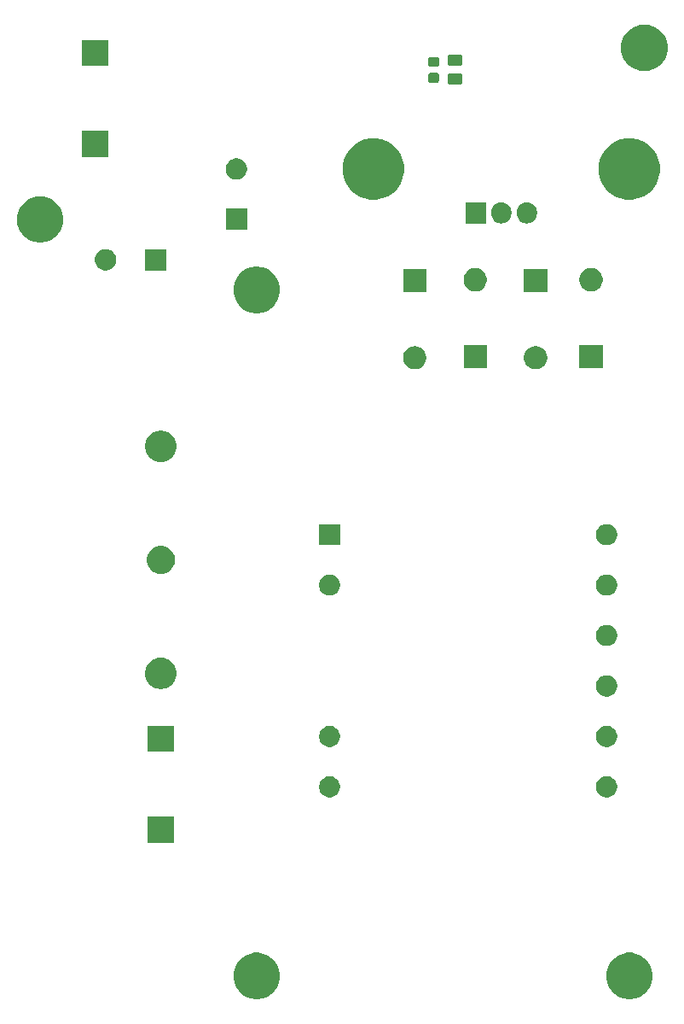
<source format=gts>
G04 #@! TF.GenerationSoftware,KiCad,Pcbnew,(5.1.5)-3*
G04 #@! TF.CreationDate,2020-04-01T20:44:35+02:00*
G04 #@! TF.ProjectId,5vfrommains,35766672-6f6d-46d6-9169-6e732e6b6963,rev?*
G04 #@! TF.SameCoordinates,Original*
G04 #@! TF.FileFunction,Soldermask,Top*
G04 #@! TF.FilePolarity,Negative*
%FSLAX46Y46*%
G04 Gerber Fmt 4.6, Leading zero omitted, Abs format (unit mm)*
G04 Created by KiCad (PCBNEW (5.1.5)-3) date 2020-04-01 20:44:35*
%MOMM*%
%LPD*%
G04 APERTURE LIST*
%ADD10C,0.100000*%
G04 APERTURE END LIST*
D10*
G36*
X237948903Y-137743213D02*
G01*
X238171177Y-137787426D01*
X238589932Y-137960880D01*
X238966802Y-138212696D01*
X239287304Y-138533198D01*
X239539120Y-138910068D01*
X239712574Y-139328823D01*
X239801000Y-139773371D01*
X239801000Y-140226629D01*
X239712574Y-140671177D01*
X239539120Y-141089932D01*
X239287304Y-141466802D01*
X238966802Y-141787304D01*
X238589932Y-142039120D01*
X238171177Y-142212574D01*
X237948903Y-142256787D01*
X237726630Y-142301000D01*
X237273370Y-142301000D01*
X237051097Y-142256787D01*
X236828823Y-142212574D01*
X236410068Y-142039120D01*
X236033198Y-141787304D01*
X235712696Y-141466802D01*
X235460880Y-141089932D01*
X235287426Y-140671177D01*
X235199000Y-140226629D01*
X235199000Y-139773371D01*
X235287426Y-139328823D01*
X235460880Y-138910068D01*
X235712696Y-138533198D01*
X236033198Y-138212696D01*
X236410068Y-137960880D01*
X236828823Y-137787426D01*
X237051097Y-137743213D01*
X237273370Y-137699000D01*
X237726630Y-137699000D01*
X237948903Y-137743213D01*
G37*
G36*
X200948903Y-137743213D02*
G01*
X201171177Y-137787426D01*
X201589932Y-137960880D01*
X201966802Y-138212696D01*
X202287304Y-138533198D01*
X202539120Y-138910068D01*
X202712574Y-139328823D01*
X202801000Y-139773371D01*
X202801000Y-140226629D01*
X202712574Y-140671177D01*
X202539120Y-141089932D01*
X202287304Y-141466802D01*
X201966802Y-141787304D01*
X201589932Y-142039120D01*
X201171177Y-142212574D01*
X200948903Y-142256787D01*
X200726630Y-142301000D01*
X200273370Y-142301000D01*
X200051097Y-142256787D01*
X199828823Y-142212574D01*
X199410068Y-142039120D01*
X199033198Y-141787304D01*
X198712696Y-141466802D01*
X198460880Y-141089932D01*
X198287426Y-140671177D01*
X198199000Y-140226629D01*
X198199000Y-139773371D01*
X198287426Y-139328823D01*
X198460880Y-138910068D01*
X198712696Y-138533198D01*
X199033198Y-138212696D01*
X199410068Y-137960880D01*
X199828823Y-137787426D01*
X200051097Y-137743213D01*
X200273370Y-137699000D01*
X200726630Y-137699000D01*
X200948903Y-137743213D01*
G37*
G36*
X192301440Y-126801440D02*
G01*
X189698560Y-126801440D01*
X189698560Y-124198560D01*
X192301440Y-124198560D01*
X192301440Y-126801440D01*
G37*
G36*
X208056564Y-120239389D02*
G01*
X208247833Y-120318615D01*
X208247835Y-120318616D01*
X208419973Y-120433635D01*
X208566365Y-120580027D01*
X208681385Y-120752167D01*
X208760611Y-120943436D01*
X208801000Y-121146484D01*
X208801000Y-121353516D01*
X208760611Y-121556564D01*
X208681385Y-121747833D01*
X208681384Y-121747835D01*
X208566365Y-121919973D01*
X208419973Y-122066365D01*
X208247835Y-122181384D01*
X208247834Y-122181385D01*
X208247833Y-122181385D01*
X208056564Y-122260611D01*
X207853516Y-122301000D01*
X207646484Y-122301000D01*
X207443436Y-122260611D01*
X207252167Y-122181385D01*
X207252166Y-122181385D01*
X207252165Y-122181384D01*
X207080027Y-122066365D01*
X206933635Y-121919973D01*
X206818616Y-121747835D01*
X206818615Y-121747833D01*
X206739389Y-121556564D01*
X206699000Y-121353516D01*
X206699000Y-121146484D01*
X206739389Y-120943436D01*
X206818615Y-120752167D01*
X206933635Y-120580027D01*
X207080027Y-120433635D01*
X207252165Y-120318616D01*
X207252167Y-120318615D01*
X207443436Y-120239389D01*
X207646484Y-120199000D01*
X207853516Y-120199000D01*
X208056564Y-120239389D01*
G37*
G36*
X235556564Y-120239389D02*
G01*
X235747833Y-120318615D01*
X235747835Y-120318616D01*
X235919973Y-120433635D01*
X236066365Y-120580027D01*
X236181385Y-120752167D01*
X236260611Y-120943436D01*
X236301000Y-121146484D01*
X236301000Y-121353516D01*
X236260611Y-121556564D01*
X236181385Y-121747833D01*
X236181384Y-121747835D01*
X236066365Y-121919973D01*
X235919973Y-122066365D01*
X235747835Y-122181384D01*
X235747834Y-122181385D01*
X235747833Y-122181385D01*
X235556564Y-122260611D01*
X235353516Y-122301000D01*
X235146484Y-122301000D01*
X234943436Y-122260611D01*
X234752167Y-122181385D01*
X234752166Y-122181385D01*
X234752165Y-122181384D01*
X234580027Y-122066365D01*
X234433635Y-121919973D01*
X234318616Y-121747835D01*
X234318615Y-121747833D01*
X234239389Y-121556564D01*
X234199000Y-121353516D01*
X234199000Y-121146484D01*
X234239389Y-120943436D01*
X234318615Y-120752167D01*
X234433635Y-120580027D01*
X234580027Y-120433635D01*
X234752165Y-120318616D01*
X234752167Y-120318615D01*
X234943436Y-120239389D01*
X235146484Y-120199000D01*
X235353516Y-120199000D01*
X235556564Y-120239389D01*
G37*
G36*
X192301440Y-117801440D02*
G01*
X189698560Y-117801440D01*
X189698560Y-115198560D01*
X192301440Y-115198560D01*
X192301440Y-117801440D01*
G37*
G36*
X235556564Y-115239389D02*
G01*
X235747833Y-115318615D01*
X235747835Y-115318616D01*
X235919973Y-115433635D01*
X236066365Y-115580027D01*
X236181385Y-115752167D01*
X236260611Y-115943436D01*
X236301000Y-116146484D01*
X236301000Y-116353516D01*
X236260611Y-116556564D01*
X236181385Y-116747833D01*
X236181384Y-116747835D01*
X236066365Y-116919973D01*
X235919973Y-117066365D01*
X235747835Y-117181384D01*
X235747834Y-117181385D01*
X235747833Y-117181385D01*
X235556564Y-117260611D01*
X235353516Y-117301000D01*
X235146484Y-117301000D01*
X234943436Y-117260611D01*
X234752167Y-117181385D01*
X234752166Y-117181385D01*
X234752165Y-117181384D01*
X234580027Y-117066365D01*
X234433635Y-116919973D01*
X234318616Y-116747835D01*
X234318615Y-116747833D01*
X234239389Y-116556564D01*
X234199000Y-116353516D01*
X234199000Y-116146484D01*
X234239389Y-115943436D01*
X234318615Y-115752167D01*
X234433635Y-115580027D01*
X234580027Y-115433635D01*
X234752165Y-115318616D01*
X234752167Y-115318615D01*
X234943436Y-115239389D01*
X235146484Y-115199000D01*
X235353516Y-115199000D01*
X235556564Y-115239389D01*
G37*
G36*
X208056564Y-115239389D02*
G01*
X208247833Y-115318615D01*
X208247835Y-115318616D01*
X208419973Y-115433635D01*
X208566365Y-115580027D01*
X208681385Y-115752167D01*
X208760611Y-115943436D01*
X208801000Y-116146484D01*
X208801000Y-116353516D01*
X208760611Y-116556564D01*
X208681385Y-116747833D01*
X208681384Y-116747835D01*
X208566365Y-116919973D01*
X208419973Y-117066365D01*
X208247835Y-117181384D01*
X208247834Y-117181385D01*
X208247833Y-117181385D01*
X208056564Y-117260611D01*
X207853516Y-117301000D01*
X207646484Y-117301000D01*
X207443436Y-117260611D01*
X207252167Y-117181385D01*
X207252166Y-117181385D01*
X207252165Y-117181384D01*
X207080027Y-117066365D01*
X206933635Y-116919973D01*
X206818616Y-116747835D01*
X206818615Y-116747833D01*
X206739389Y-116556564D01*
X206699000Y-116353516D01*
X206699000Y-116146484D01*
X206739389Y-115943436D01*
X206818615Y-115752167D01*
X206933635Y-115580027D01*
X207080027Y-115433635D01*
X207252165Y-115318616D01*
X207252167Y-115318615D01*
X207443436Y-115239389D01*
X207646484Y-115199000D01*
X207853516Y-115199000D01*
X208056564Y-115239389D01*
G37*
G36*
X235556564Y-110239389D02*
G01*
X235747833Y-110318615D01*
X235747835Y-110318616D01*
X235919973Y-110433635D01*
X236066365Y-110580027D01*
X236169696Y-110734672D01*
X236181385Y-110752167D01*
X236260611Y-110943436D01*
X236301000Y-111146484D01*
X236301000Y-111353516D01*
X236260611Y-111556564D01*
X236181385Y-111747833D01*
X236181384Y-111747835D01*
X236066365Y-111919973D01*
X235919973Y-112066365D01*
X235747835Y-112181384D01*
X235747834Y-112181385D01*
X235747833Y-112181385D01*
X235556564Y-112260611D01*
X235353516Y-112301000D01*
X235146484Y-112301000D01*
X234943436Y-112260611D01*
X234752167Y-112181385D01*
X234752166Y-112181385D01*
X234752165Y-112181384D01*
X234580027Y-112066365D01*
X234433635Y-111919973D01*
X234318616Y-111747835D01*
X234318615Y-111747833D01*
X234239389Y-111556564D01*
X234199000Y-111353516D01*
X234199000Y-111146484D01*
X234239389Y-110943436D01*
X234318615Y-110752167D01*
X234330305Y-110734672D01*
X234433635Y-110580027D01*
X234580027Y-110433635D01*
X234752165Y-110318616D01*
X234752167Y-110318615D01*
X234943436Y-110239389D01*
X235146484Y-110199000D01*
X235353516Y-110199000D01*
X235556564Y-110239389D01*
G37*
G36*
X191302585Y-108478802D02*
G01*
X191452410Y-108508604D01*
X191734674Y-108625521D01*
X191988705Y-108795259D01*
X192204741Y-109011295D01*
X192374479Y-109265326D01*
X192491396Y-109547590D01*
X192491396Y-109547591D01*
X192551000Y-109847239D01*
X192551000Y-110152761D01*
X192533768Y-110239390D01*
X192491396Y-110452410D01*
X192374479Y-110734674D01*
X192204741Y-110988705D01*
X191988705Y-111204741D01*
X191734674Y-111374479D01*
X191452410Y-111491396D01*
X191302585Y-111521198D01*
X191152761Y-111551000D01*
X190847239Y-111551000D01*
X190697415Y-111521198D01*
X190547590Y-111491396D01*
X190265326Y-111374479D01*
X190011295Y-111204741D01*
X189795259Y-110988705D01*
X189625521Y-110734674D01*
X189508604Y-110452410D01*
X189466232Y-110239390D01*
X189449000Y-110152761D01*
X189449000Y-109847239D01*
X189508604Y-109547591D01*
X189508604Y-109547590D01*
X189625521Y-109265326D01*
X189795259Y-109011295D01*
X190011295Y-108795259D01*
X190265326Y-108625521D01*
X190547590Y-108508604D01*
X190697415Y-108478802D01*
X190847239Y-108449000D01*
X191152761Y-108449000D01*
X191302585Y-108478802D01*
G37*
G36*
X235556564Y-105239389D02*
G01*
X235747833Y-105318615D01*
X235747835Y-105318616D01*
X235919973Y-105433635D01*
X236066365Y-105580027D01*
X236181385Y-105752167D01*
X236260611Y-105943436D01*
X236301000Y-106146484D01*
X236301000Y-106353516D01*
X236260611Y-106556564D01*
X236181385Y-106747833D01*
X236181384Y-106747835D01*
X236066365Y-106919973D01*
X235919973Y-107066365D01*
X235747835Y-107181384D01*
X235747834Y-107181385D01*
X235747833Y-107181385D01*
X235556564Y-107260611D01*
X235353516Y-107301000D01*
X235146484Y-107301000D01*
X234943436Y-107260611D01*
X234752167Y-107181385D01*
X234752166Y-107181385D01*
X234752165Y-107181384D01*
X234580027Y-107066365D01*
X234433635Y-106919973D01*
X234318616Y-106747835D01*
X234318615Y-106747833D01*
X234239389Y-106556564D01*
X234199000Y-106353516D01*
X234199000Y-106146484D01*
X234239389Y-105943436D01*
X234318615Y-105752167D01*
X234433635Y-105580027D01*
X234580027Y-105433635D01*
X234752165Y-105318616D01*
X234752167Y-105318615D01*
X234943436Y-105239389D01*
X235146484Y-105199000D01*
X235353516Y-105199000D01*
X235556564Y-105239389D01*
G37*
G36*
X235556564Y-100239389D02*
G01*
X235747833Y-100318615D01*
X235747835Y-100318616D01*
X235919973Y-100433635D01*
X236066365Y-100580027D01*
X236181385Y-100752167D01*
X236260611Y-100943436D01*
X236301000Y-101146484D01*
X236301000Y-101353516D01*
X236260611Y-101556564D01*
X236181385Y-101747833D01*
X236181384Y-101747835D01*
X236066365Y-101919973D01*
X235919973Y-102066365D01*
X235747835Y-102181384D01*
X235747834Y-102181385D01*
X235747833Y-102181385D01*
X235556564Y-102260611D01*
X235353516Y-102301000D01*
X235146484Y-102301000D01*
X234943436Y-102260611D01*
X234752167Y-102181385D01*
X234752166Y-102181385D01*
X234752165Y-102181384D01*
X234580027Y-102066365D01*
X234433635Y-101919973D01*
X234318616Y-101747835D01*
X234318615Y-101747833D01*
X234239389Y-101556564D01*
X234199000Y-101353516D01*
X234199000Y-101146484D01*
X234239389Y-100943436D01*
X234318615Y-100752167D01*
X234433635Y-100580027D01*
X234580027Y-100433635D01*
X234752165Y-100318616D01*
X234752167Y-100318615D01*
X234943436Y-100239389D01*
X235146484Y-100199000D01*
X235353516Y-100199000D01*
X235556564Y-100239389D01*
G37*
G36*
X208056564Y-100239389D02*
G01*
X208247833Y-100318615D01*
X208247835Y-100318616D01*
X208419973Y-100433635D01*
X208566365Y-100580027D01*
X208681385Y-100752167D01*
X208760611Y-100943436D01*
X208801000Y-101146484D01*
X208801000Y-101353516D01*
X208760611Y-101556564D01*
X208681385Y-101747833D01*
X208681384Y-101747835D01*
X208566365Y-101919973D01*
X208419973Y-102066365D01*
X208247835Y-102181384D01*
X208247834Y-102181385D01*
X208247833Y-102181385D01*
X208056564Y-102260611D01*
X207853516Y-102301000D01*
X207646484Y-102301000D01*
X207443436Y-102260611D01*
X207252167Y-102181385D01*
X207252166Y-102181385D01*
X207252165Y-102181384D01*
X207080027Y-102066365D01*
X206933635Y-101919973D01*
X206818616Y-101747835D01*
X206818615Y-101747833D01*
X206739389Y-101556564D01*
X206699000Y-101353516D01*
X206699000Y-101146484D01*
X206739389Y-100943436D01*
X206818615Y-100752167D01*
X206933635Y-100580027D01*
X207080027Y-100433635D01*
X207252165Y-100318616D01*
X207252167Y-100318615D01*
X207443436Y-100239389D01*
X207646484Y-100199000D01*
X207853516Y-100199000D01*
X208056564Y-100239389D01*
G37*
G36*
X191318433Y-97384893D02*
G01*
X191408657Y-97402839D01*
X191514267Y-97446585D01*
X191663621Y-97508449D01*
X191663622Y-97508450D01*
X191893086Y-97661772D01*
X192088228Y-97856914D01*
X192190675Y-98010237D01*
X192241551Y-98086379D01*
X192347161Y-98341344D01*
X192401000Y-98612012D01*
X192401000Y-98887988D01*
X192347161Y-99158656D01*
X192241551Y-99413621D01*
X192241550Y-99413622D01*
X192088228Y-99643086D01*
X191893086Y-99838228D01*
X191739763Y-99940675D01*
X191663621Y-99991551D01*
X191514267Y-100053415D01*
X191408657Y-100097161D01*
X191318433Y-100115107D01*
X191137988Y-100151000D01*
X190862012Y-100151000D01*
X190681567Y-100115107D01*
X190591343Y-100097161D01*
X190485733Y-100053415D01*
X190336379Y-99991551D01*
X190260237Y-99940675D01*
X190106914Y-99838228D01*
X189911772Y-99643086D01*
X189758450Y-99413622D01*
X189758449Y-99413621D01*
X189652839Y-99158656D01*
X189599000Y-98887988D01*
X189599000Y-98612012D01*
X189652839Y-98341344D01*
X189758449Y-98086379D01*
X189809325Y-98010237D01*
X189911772Y-97856914D01*
X190106914Y-97661772D01*
X190336378Y-97508450D01*
X190336379Y-97508449D01*
X190485733Y-97446585D01*
X190591343Y-97402839D01*
X190681567Y-97384893D01*
X190862012Y-97349000D01*
X191137988Y-97349000D01*
X191318433Y-97384893D01*
G37*
G36*
X235556564Y-95239389D02*
G01*
X235747833Y-95318615D01*
X235747835Y-95318616D01*
X235919973Y-95433635D01*
X236066365Y-95580027D01*
X236181385Y-95752167D01*
X236260611Y-95943436D01*
X236301000Y-96146484D01*
X236301000Y-96353516D01*
X236260611Y-96556564D01*
X236181385Y-96747833D01*
X236181384Y-96747835D01*
X236066365Y-96919973D01*
X235919973Y-97066365D01*
X235747835Y-97181384D01*
X235747834Y-97181385D01*
X235747833Y-97181385D01*
X235556564Y-97260611D01*
X235353516Y-97301000D01*
X235146484Y-97301000D01*
X234943436Y-97260611D01*
X234752167Y-97181385D01*
X234752166Y-97181385D01*
X234752165Y-97181384D01*
X234580027Y-97066365D01*
X234433635Y-96919973D01*
X234318616Y-96747835D01*
X234318615Y-96747833D01*
X234239389Y-96556564D01*
X234199000Y-96353516D01*
X234199000Y-96146484D01*
X234239389Y-95943436D01*
X234318615Y-95752167D01*
X234433635Y-95580027D01*
X234580027Y-95433635D01*
X234752165Y-95318616D01*
X234752167Y-95318615D01*
X234943436Y-95239389D01*
X235146484Y-95199000D01*
X235353516Y-95199000D01*
X235556564Y-95239389D01*
G37*
G36*
X208801000Y-97301000D02*
G01*
X206699000Y-97301000D01*
X206699000Y-95199000D01*
X208801000Y-95199000D01*
X208801000Y-97301000D01*
G37*
G36*
X191302585Y-85978802D02*
G01*
X191452410Y-86008604D01*
X191734674Y-86125521D01*
X191988705Y-86295259D01*
X192204741Y-86511295D01*
X192374479Y-86765326D01*
X192491396Y-87047590D01*
X192551000Y-87347240D01*
X192551000Y-87652760D01*
X192491396Y-87952410D01*
X192374479Y-88234674D01*
X192204741Y-88488705D01*
X191988705Y-88704741D01*
X191734674Y-88874479D01*
X191452410Y-88991396D01*
X191302585Y-89021198D01*
X191152761Y-89051000D01*
X190847239Y-89051000D01*
X190697415Y-89021198D01*
X190547590Y-88991396D01*
X190265326Y-88874479D01*
X190011295Y-88704741D01*
X189795259Y-88488705D01*
X189625521Y-88234674D01*
X189508604Y-87952410D01*
X189449000Y-87652760D01*
X189449000Y-87347240D01*
X189508604Y-87047590D01*
X189625521Y-86765326D01*
X189795259Y-86511295D01*
X190011295Y-86295259D01*
X190265326Y-86125521D01*
X190547590Y-86008604D01*
X190697415Y-85978802D01*
X190847239Y-85949000D01*
X191152761Y-85949000D01*
X191302585Y-85978802D01*
G37*
G36*
X228424549Y-77591116D02*
G01*
X228535734Y-77613232D01*
X228745203Y-77699997D01*
X228933720Y-77825960D01*
X229094040Y-77986280D01*
X229220003Y-78174797D01*
X229306768Y-78384266D01*
X229351000Y-78606636D01*
X229351000Y-78833364D01*
X229306768Y-79055734D01*
X229220003Y-79265203D01*
X229094040Y-79453720D01*
X228933720Y-79614040D01*
X228745203Y-79740003D01*
X228535734Y-79826768D01*
X228424549Y-79848884D01*
X228313365Y-79871000D01*
X228086635Y-79871000D01*
X227975451Y-79848884D01*
X227864266Y-79826768D01*
X227654797Y-79740003D01*
X227466280Y-79614040D01*
X227305960Y-79453720D01*
X227179997Y-79265203D01*
X227093232Y-79055734D01*
X227049000Y-78833364D01*
X227049000Y-78606636D01*
X227093232Y-78384266D01*
X227179997Y-78174797D01*
X227305960Y-77986280D01*
X227466280Y-77825960D01*
X227654797Y-77699997D01*
X227864266Y-77613232D01*
X227975451Y-77591116D01*
X228086635Y-77569000D01*
X228313365Y-77569000D01*
X228424549Y-77591116D01*
G37*
G36*
X216424549Y-77591116D02*
G01*
X216535734Y-77613232D01*
X216745203Y-77699997D01*
X216933720Y-77825960D01*
X217094040Y-77986280D01*
X217220003Y-78174797D01*
X217306768Y-78384266D01*
X217351000Y-78606636D01*
X217351000Y-78833364D01*
X217306768Y-79055734D01*
X217220003Y-79265203D01*
X217094040Y-79453720D01*
X216933720Y-79614040D01*
X216745203Y-79740003D01*
X216535734Y-79826768D01*
X216424549Y-79848884D01*
X216313365Y-79871000D01*
X216086635Y-79871000D01*
X215975451Y-79848884D01*
X215864266Y-79826768D01*
X215654797Y-79740003D01*
X215466280Y-79614040D01*
X215305960Y-79453720D01*
X215179997Y-79265203D01*
X215093232Y-79055734D01*
X215049000Y-78833364D01*
X215049000Y-78606636D01*
X215093232Y-78384266D01*
X215179997Y-78174797D01*
X215305960Y-77986280D01*
X215466280Y-77825960D01*
X215654797Y-77699997D01*
X215864266Y-77613232D01*
X215975451Y-77591116D01*
X216086635Y-77569000D01*
X216313365Y-77569000D01*
X216424549Y-77591116D01*
G37*
G36*
X223351000Y-79751000D02*
G01*
X221049000Y-79751000D01*
X221049000Y-77449000D01*
X223351000Y-77449000D01*
X223351000Y-79751000D01*
G37*
G36*
X234851000Y-79751000D02*
G01*
X232549000Y-79751000D01*
X232549000Y-77449000D01*
X234851000Y-77449000D01*
X234851000Y-79751000D01*
G37*
G36*
X200948903Y-69743213D02*
G01*
X201171177Y-69787426D01*
X201589932Y-69960880D01*
X201966802Y-70212696D01*
X202287304Y-70533198D01*
X202539120Y-70910068D01*
X202707152Y-71315733D01*
X202712574Y-71328824D01*
X202789135Y-71713719D01*
X202801000Y-71773371D01*
X202801000Y-72226629D01*
X202712574Y-72671177D01*
X202539120Y-73089932D01*
X202287304Y-73466802D01*
X201966802Y-73787304D01*
X201589932Y-74039120D01*
X201171177Y-74212574D01*
X200948903Y-74256787D01*
X200726630Y-74301000D01*
X200273370Y-74301000D01*
X200051097Y-74256787D01*
X199828823Y-74212574D01*
X199410068Y-74039120D01*
X199033198Y-73787304D01*
X198712696Y-73466802D01*
X198460880Y-73089932D01*
X198287426Y-72671177D01*
X198199000Y-72226629D01*
X198199000Y-71773371D01*
X198210866Y-71713719D01*
X198287426Y-71328824D01*
X198292848Y-71315733D01*
X198460880Y-70910068D01*
X198712696Y-70533198D01*
X199033198Y-70212696D01*
X199410068Y-69960880D01*
X199828823Y-69787426D01*
X200051097Y-69743213D01*
X200273370Y-69699000D01*
X200726630Y-69699000D01*
X200948903Y-69743213D01*
G37*
G36*
X229351000Y-72251000D02*
G01*
X227049000Y-72251000D01*
X227049000Y-69949000D01*
X229351000Y-69949000D01*
X229351000Y-72251000D01*
G37*
G36*
X217351000Y-72251000D02*
G01*
X215049000Y-72251000D01*
X215049000Y-69949000D01*
X217351000Y-69949000D01*
X217351000Y-72251000D01*
G37*
G36*
X233924549Y-69851116D02*
G01*
X234035734Y-69873232D01*
X234245203Y-69959997D01*
X234433720Y-70085960D01*
X234594040Y-70246280D01*
X234720003Y-70434797D01*
X234806768Y-70644266D01*
X234851000Y-70866636D01*
X234851000Y-71093364D01*
X234806768Y-71315734D01*
X234720003Y-71525203D01*
X234594040Y-71713720D01*
X234433720Y-71874040D01*
X234245203Y-72000003D01*
X234035734Y-72086768D01*
X233924549Y-72108884D01*
X233813365Y-72131000D01*
X233586635Y-72131000D01*
X233475451Y-72108884D01*
X233364266Y-72086768D01*
X233154797Y-72000003D01*
X232966280Y-71874040D01*
X232805960Y-71713720D01*
X232679997Y-71525203D01*
X232593232Y-71315734D01*
X232549000Y-71093364D01*
X232549000Y-70866636D01*
X232593232Y-70644266D01*
X232679997Y-70434797D01*
X232805960Y-70246280D01*
X232966280Y-70085960D01*
X233154797Y-69959997D01*
X233364266Y-69873232D01*
X233475451Y-69851116D01*
X233586635Y-69829000D01*
X233813365Y-69829000D01*
X233924549Y-69851116D01*
G37*
G36*
X222424549Y-69851116D02*
G01*
X222535734Y-69873232D01*
X222745203Y-69959997D01*
X222933720Y-70085960D01*
X223094040Y-70246280D01*
X223220003Y-70434797D01*
X223306768Y-70644266D01*
X223351000Y-70866636D01*
X223351000Y-71093364D01*
X223306768Y-71315734D01*
X223220003Y-71525203D01*
X223094040Y-71713720D01*
X222933720Y-71874040D01*
X222745203Y-72000003D01*
X222535734Y-72086768D01*
X222424549Y-72108884D01*
X222313365Y-72131000D01*
X222086635Y-72131000D01*
X221975451Y-72108884D01*
X221864266Y-72086768D01*
X221654797Y-72000003D01*
X221466280Y-71874040D01*
X221305960Y-71713720D01*
X221179997Y-71525203D01*
X221093232Y-71315734D01*
X221049000Y-71093364D01*
X221049000Y-70866636D01*
X221093232Y-70644266D01*
X221179997Y-70434797D01*
X221305960Y-70246280D01*
X221466280Y-70085960D01*
X221654797Y-69959997D01*
X221864266Y-69873232D01*
X221975451Y-69851116D01*
X222086635Y-69829000D01*
X222313365Y-69829000D01*
X222424549Y-69851116D01*
G37*
G36*
X191551000Y-70051000D02*
G01*
X189449000Y-70051000D01*
X189449000Y-67949000D01*
X191551000Y-67949000D01*
X191551000Y-70051000D01*
G37*
G36*
X185806564Y-67989389D02*
G01*
X185997833Y-68068615D01*
X185997835Y-68068616D01*
X186169973Y-68183635D01*
X186316365Y-68330027D01*
X186431385Y-68502167D01*
X186510611Y-68693436D01*
X186551000Y-68896484D01*
X186551000Y-69103516D01*
X186510611Y-69306564D01*
X186431385Y-69497833D01*
X186431384Y-69497835D01*
X186316365Y-69669973D01*
X186169973Y-69816365D01*
X185997835Y-69931384D01*
X185997834Y-69931385D01*
X185997833Y-69931385D01*
X185806564Y-70010611D01*
X185603516Y-70051000D01*
X185396484Y-70051000D01*
X185193436Y-70010611D01*
X185002167Y-69931385D01*
X185002166Y-69931385D01*
X185002165Y-69931384D01*
X184830027Y-69816365D01*
X184683635Y-69669973D01*
X184568616Y-69497835D01*
X184568615Y-69497833D01*
X184489389Y-69306564D01*
X184449000Y-69103516D01*
X184449000Y-68896484D01*
X184489389Y-68693436D01*
X184568615Y-68502167D01*
X184683635Y-68330027D01*
X184830027Y-68183635D01*
X185002165Y-68068616D01*
X185002167Y-68068615D01*
X185193436Y-67989389D01*
X185396484Y-67949000D01*
X185603516Y-67949000D01*
X185806564Y-67989389D01*
G37*
G36*
X179448903Y-62743213D02*
G01*
X179671177Y-62787426D01*
X180089932Y-62960880D01*
X180466802Y-63212696D01*
X180787304Y-63533198D01*
X181039120Y-63910068D01*
X181212574Y-64328823D01*
X181212574Y-64328824D01*
X181301000Y-64773370D01*
X181301000Y-65226630D01*
X181265350Y-65405855D01*
X181212574Y-65671177D01*
X181039120Y-66089932D01*
X180787304Y-66466802D01*
X180466802Y-66787304D01*
X180089932Y-67039120D01*
X179671177Y-67212574D01*
X179448903Y-67256787D01*
X179226630Y-67301000D01*
X178773370Y-67301000D01*
X178551097Y-67256787D01*
X178328823Y-67212574D01*
X177910068Y-67039120D01*
X177533198Y-66787304D01*
X177212696Y-66466802D01*
X176960880Y-66089932D01*
X176787426Y-65671177D01*
X176734650Y-65405855D01*
X176699000Y-65226630D01*
X176699000Y-64773370D01*
X176787426Y-64328824D01*
X176787426Y-64328823D01*
X176960880Y-63910068D01*
X177212696Y-63533198D01*
X177533198Y-63212696D01*
X177910068Y-62960880D01*
X178328823Y-62787426D01*
X178551097Y-62743213D01*
X178773370Y-62699000D01*
X179226630Y-62699000D01*
X179448903Y-62743213D01*
G37*
G36*
X199551000Y-66051000D02*
G01*
X197449000Y-66051000D01*
X197449000Y-63949000D01*
X199551000Y-63949000D01*
X199551000Y-66051000D01*
G37*
G36*
X224986719Y-63313520D02*
G01*
X225175880Y-63370901D01*
X225175883Y-63370902D01*
X225268333Y-63420318D01*
X225350212Y-63464083D01*
X225503015Y-63589485D01*
X225628417Y-63742288D01*
X225710941Y-63896680D01*
X225718099Y-63910070D01*
X225721599Y-63916619D01*
X225778980Y-64105780D01*
X225793500Y-64253206D01*
X225793500Y-64446793D01*
X225778980Y-64594219D01*
X225724635Y-64773370D01*
X225721598Y-64783383D01*
X225672182Y-64875833D01*
X225628417Y-64957712D01*
X225503015Y-65110515D01*
X225350212Y-65235917D01*
X225175881Y-65329099D01*
X224986720Y-65386480D01*
X224790000Y-65405855D01*
X224593281Y-65386480D01*
X224404120Y-65329099D01*
X224229788Y-65235917D01*
X224076985Y-65110515D01*
X223951583Y-64957712D01*
X223858401Y-64783381D01*
X223801020Y-64594220D01*
X223786500Y-64446794D01*
X223786500Y-64253207D01*
X223801020Y-64105781D01*
X223858401Y-63916620D01*
X223858402Y-63916617D01*
X223907818Y-63824167D01*
X223951583Y-63742288D01*
X224076985Y-63589485D01*
X224229788Y-63464083D01*
X224404119Y-63370901D01*
X224593280Y-63313520D01*
X224790000Y-63294145D01*
X224986719Y-63313520D01*
G37*
G36*
X227526719Y-63313520D02*
G01*
X227715880Y-63370901D01*
X227715883Y-63370902D01*
X227808333Y-63420318D01*
X227890212Y-63464083D01*
X228043015Y-63589485D01*
X228168417Y-63742288D01*
X228250941Y-63896680D01*
X228258099Y-63910070D01*
X228261599Y-63916619D01*
X228318980Y-64105780D01*
X228333500Y-64253206D01*
X228333500Y-64446793D01*
X228318980Y-64594219D01*
X228264635Y-64773370D01*
X228261598Y-64783383D01*
X228212182Y-64875833D01*
X228168417Y-64957712D01*
X228043015Y-65110515D01*
X227890212Y-65235917D01*
X227715881Y-65329099D01*
X227526720Y-65386480D01*
X227330000Y-65405855D01*
X227133281Y-65386480D01*
X226944120Y-65329099D01*
X226769788Y-65235917D01*
X226616985Y-65110515D01*
X226491583Y-64957712D01*
X226398401Y-64783381D01*
X226341020Y-64594220D01*
X226326500Y-64446794D01*
X226326500Y-64253207D01*
X226341020Y-64105781D01*
X226398401Y-63916620D01*
X226398402Y-63916617D01*
X226447818Y-63824167D01*
X226491583Y-63742288D01*
X226616985Y-63589485D01*
X226769788Y-63464083D01*
X226944119Y-63370901D01*
X227133280Y-63313520D01*
X227330000Y-63294145D01*
X227526719Y-63313520D01*
G37*
G36*
X223253500Y-65401000D02*
G01*
X221246500Y-65401000D01*
X221246500Y-63299000D01*
X223253500Y-63299000D01*
X223253500Y-65401000D01*
G37*
G36*
X238389943Y-57066248D02*
G01*
X238945189Y-57296238D01*
X238945190Y-57296239D01*
X239444899Y-57630134D01*
X239869866Y-58055101D01*
X239869867Y-58055103D01*
X240203762Y-58554811D01*
X240433752Y-59110057D01*
X240551000Y-59699501D01*
X240551000Y-60300499D01*
X240433752Y-60889943D01*
X240203762Y-61445189D01*
X240203761Y-61445190D01*
X239869866Y-61944899D01*
X239444899Y-62369866D01*
X239193347Y-62537948D01*
X238945189Y-62703762D01*
X238389943Y-62933752D01*
X237800499Y-63051000D01*
X237199501Y-63051000D01*
X236610057Y-62933752D01*
X236054811Y-62703762D01*
X235806653Y-62537948D01*
X235555101Y-62369866D01*
X235130134Y-61944899D01*
X234796239Y-61445190D01*
X234796238Y-61445189D01*
X234566248Y-60889943D01*
X234449000Y-60300499D01*
X234449000Y-59699501D01*
X234566248Y-59110057D01*
X234796238Y-58554811D01*
X235130133Y-58055103D01*
X235130134Y-58055101D01*
X235555101Y-57630134D01*
X236054810Y-57296239D01*
X236054811Y-57296238D01*
X236610057Y-57066248D01*
X237199501Y-56949000D01*
X237800499Y-56949000D01*
X238389943Y-57066248D01*
G37*
G36*
X212989943Y-57066248D02*
G01*
X213545189Y-57296238D01*
X213545190Y-57296239D01*
X214044899Y-57630134D01*
X214469866Y-58055101D01*
X214469867Y-58055103D01*
X214803762Y-58554811D01*
X215033752Y-59110057D01*
X215151000Y-59699501D01*
X215151000Y-60300499D01*
X215033752Y-60889943D01*
X214803762Y-61445189D01*
X214803761Y-61445190D01*
X214469866Y-61944899D01*
X214044899Y-62369866D01*
X213793347Y-62537948D01*
X213545189Y-62703762D01*
X212989943Y-62933752D01*
X212400499Y-63051000D01*
X211799501Y-63051000D01*
X211210057Y-62933752D01*
X210654811Y-62703762D01*
X210406653Y-62537948D01*
X210155101Y-62369866D01*
X209730134Y-61944899D01*
X209396239Y-61445190D01*
X209396238Y-61445189D01*
X209166248Y-60889943D01*
X209049000Y-60300499D01*
X209049000Y-59699501D01*
X209166248Y-59110057D01*
X209396238Y-58554811D01*
X209730133Y-58055103D01*
X209730134Y-58055101D01*
X210155101Y-57630134D01*
X210654810Y-57296239D01*
X210654811Y-57296238D01*
X211210057Y-57066248D01*
X211799501Y-56949000D01*
X212400499Y-56949000D01*
X212989943Y-57066248D01*
G37*
G36*
X198806564Y-58989389D02*
G01*
X198997833Y-59068615D01*
X198997835Y-59068616D01*
X199169973Y-59183635D01*
X199316365Y-59330027D01*
X199431385Y-59502167D01*
X199510611Y-59693436D01*
X199551000Y-59896484D01*
X199551000Y-60103516D01*
X199510611Y-60306564D01*
X199431385Y-60497833D01*
X199431384Y-60497835D01*
X199316365Y-60669973D01*
X199169973Y-60816365D01*
X198997835Y-60931384D01*
X198997834Y-60931385D01*
X198997833Y-60931385D01*
X198806564Y-61010611D01*
X198603516Y-61051000D01*
X198396484Y-61051000D01*
X198193436Y-61010611D01*
X198002167Y-60931385D01*
X198002166Y-60931385D01*
X198002165Y-60931384D01*
X197830027Y-60816365D01*
X197683635Y-60669973D01*
X197568616Y-60497835D01*
X197568615Y-60497833D01*
X197489389Y-60306564D01*
X197449000Y-60103516D01*
X197449000Y-59896484D01*
X197489389Y-59693436D01*
X197568615Y-59502167D01*
X197683635Y-59330027D01*
X197830027Y-59183635D01*
X198002165Y-59068616D01*
X198002167Y-59068615D01*
X198193436Y-58989389D01*
X198396484Y-58949000D01*
X198603516Y-58949000D01*
X198806564Y-58989389D01*
G37*
G36*
X185801440Y-58801440D02*
G01*
X183198560Y-58801440D01*
X183198560Y-56198560D01*
X185801440Y-56198560D01*
X185801440Y-58801440D01*
G37*
G36*
X220784468Y-50553565D02*
G01*
X220823138Y-50565296D01*
X220858777Y-50584346D01*
X220890017Y-50609983D01*
X220915654Y-50641223D01*
X220934704Y-50676862D01*
X220946435Y-50715532D01*
X220951000Y-50761888D01*
X220951000Y-51413112D01*
X220946435Y-51459468D01*
X220934704Y-51498138D01*
X220915654Y-51533777D01*
X220890017Y-51565017D01*
X220858777Y-51590654D01*
X220823138Y-51609704D01*
X220784468Y-51621435D01*
X220738112Y-51626000D01*
X219661888Y-51626000D01*
X219615532Y-51621435D01*
X219576862Y-51609704D01*
X219541223Y-51590654D01*
X219509983Y-51565017D01*
X219484346Y-51533777D01*
X219465296Y-51498138D01*
X219453565Y-51459468D01*
X219449000Y-51413112D01*
X219449000Y-50761888D01*
X219453565Y-50715532D01*
X219465296Y-50676862D01*
X219484346Y-50641223D01*
X219509983Y-50609983D01*
X219541223Y-50584346D01*
X219576862Y-50565296D01*
X219615532Y-50553565D01*
X219661888Y-50549000D01*
X220738112Y-50549000D01*
X220784468Y-50553565D01*
G37*
G36*
X218459591Y-50473085D02*
G01*
X218493569Y-50483393D01*
X218524890Y-50500134D01*
X218552339Y-50522661D01*
X218574866Y-50550110D01*
X218591607Y-50581431D01*
X218601915Y-50615409D01*
X218606000Y-50656890D01*
X218606000Y-51258110D01*
X218601915Y-51299591D01*
X218591607Y-51333569D01*
X218574866Y-51364890D01*
X218552339Y-51392339D01*
X218524890Y-51414866D01*
X218493569Y-51431607D01*
X218459591Y-51441915D01*
X218418110Y-51446000D01*
X217741890Y-51446000D01*
X217700409Y-51441915D01*
X217666431Y-51431607D01*
X217635110Y-51414866D01*
X217607661Y-51392339D01*
X217585134Y-51364890D01*
X217568393Y-51333569D01*
X217558085Y-51299591D01*
X217554000Y-51258110D01*
X217554000Y-50656890D01*
X217558085Y-50615409D01*
X217568393Y-50581431D01*
X217585134Y-50550110D01*
X217607661Y-50522661D01*
X217635110Y-50500134D01*
X217666431Y-50483393D01*
X217700409Y-50473085D01*
X217741890Y-50469000D01*
X218418110Y-50469000D01*
X218459591Y-50473085D01*
G37*
G36*
X239448903Y-45743213D02*
G01*
X239671177Y-45787426D01*
X240089932Y-45960880D01*
X240466802Y-46212696D01*
X240787304Y-46533198D01*
X241039120Y-46910068D01*
X241212574Y-47328823D01*
X241301000Y-47773371D01*
X241301000Y-48226629D01*
X241212574Y-48671177D01*
X241039120Y-49089932D01*
X240787304Y-49466802D01*
X240466802Y-49787304D01*
X240089932Y-50039120D01*
X239671177Y-50212574D01*
X239448903Y-50256787D01*
X239226630Y-50301000D01*
X238773370Y-50301000D01*
X238551097Y-50256787D01*
X238328823Y-50212574D01*
X237910068Y-50039120D01*
X237533198Y-49787304D01*
X237212696Y-49466802D01*
X236960880Y-49089932D01*
X236787426Y-48671177D01*
X236699000Y-48226629D01*
X236699000Y-47773371D01*
X236787426Y-47328823D01*
X236960880Y-46910068D01*
X237212696Y-46533198D01*
X237533198Y-46212696D01*
X237910068Y-45960880D01*
X238328823Y-45787426D01*
X238551097Y-45743213D01*
X238773370Y-45699000D01*
X239226630Y-45699000D01*
X239448903Y-45743213D01*
G37*
G36*
X218459591Y-48898085D02*
G01*
X218493569Y-48908393D01*
X218524890Y-48925134D01*
X218552339Y-48947661D01*
X218574866Y-48975110D01*
X218591607Y-49006431D01*
X218601915Y-49040409D01*
X218606000Y-49081890D01*
X218606000Y-49683110D01*
X218601915Y-49724591D01*
X218591607Y-49758569D01*
X218574866Y-49789890D01*
X218552339Y-49817339D01*
X218524890Y-49839866D01*
X218493569Y-49856607D01*
X218459591Y-49866915D01*
X218418110Y-49871000D01*
X217741890Y-49871000D01*
X217700409Y-49866915D01*
X217666431Y-49856607D01*
X217635110Y-49839866D01*
X217607661Y-49817339D01*
X217585134Y-49789890D01*
X217568393Y-49758569D01*
X217558085Y-49724591D01*
X217554000Y-49683110D01*
X217554000Y-49081890D01*
X217558085Y-49040409D01*
X217568393Y-49006431D01*
X217585134Y-48975110D01*
X217607661Y-48947661D01*
X217635110Y-48925134D01*
X217666431Y-48908393D01*
X217700409Y-48898085D01*
X217741890Y-48894000D01*
X218418110Y-48894000D01*
X218459591Y-48898085D01*
G37*
G36*
X185801440Y-49801440D02*
G01*
X183198560Y-49801440D01*
X183198560Y-47198560D01*
X185801440Y-47198560D01*
X185801440Y-49801440D01*
G37*
G36*
X220784468Y-48678565D02*
G01*
X220823138Y-48690296D01*
X220858777Y-48709346D01*
X220890017Y-48734983D01*
X220915654Y-48766223D01*
X220934704Y-48801862D01*
X220946435Y-48840532D01*
X220951000Y-48886888D01*
X220951000Y-49538112D01*
X220946435Y-49584468D01*
X220934704Y-49623138D01*
X220915654Y-49658777D01*
X220890017Y-49690017D01*
X220858777Y-49715654D01*
X220823138Y-49734704D01*
X220784468Y-49746435D01*
X220738112Y-49751000D01*
X219661888Y-49751000D01*
X219615532Y-49746435D01*
X219576862Y-49734704D01*
X219541223Y-49715654D01*
X219509983Y-49690017D01*
X219484346Y-49658777D01*
X219465296Y-49623138D01*
X219453565Y-49584468D01*
X219449000Y-49538112D01*
X219449000Y-48886888D01*
X219453565Y-48840532D01*
X219465296Y-48801862D01*
X219484346Y-48766223D01*
X219509983Y-48734983D01*
X219541223Y-48709346D01*
X219576862Y-48690296D01*
X219615532Y-48678565D01*
X219661888Y-48674000D01*
X220738112Y-48674000D01*
X220784468Y-48678565D01*
G37*
M02*

</source>
